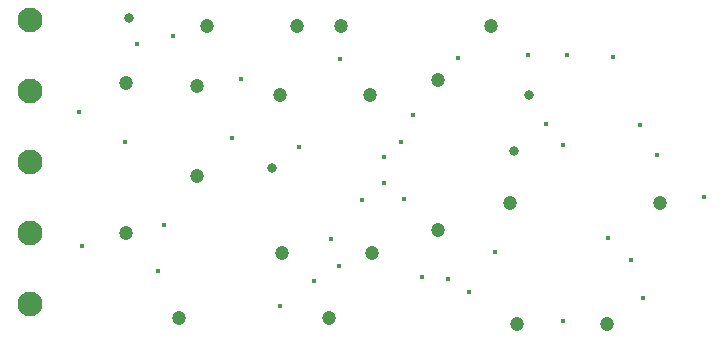
<source format=gbr>
%TF.GenerationSoftware,KiCad,Pcbnew,(6.0.1-0)*%
%TF.CreationDate,2022-08-29T12:54:17-04:00*%
%TF.ProjectId,Practice PCB,50726163-7469-4636-9520-5043422e6b69,rev?*%
%TF.SameCoordinates,Original*%
%TF.FileFunction,Plated,1,2,PTH,Drill*%
%TF.FilePolarity,Positive*%
%FSLAX46Y46*%
G04 Gerber Fmt 4.6, Leading zero omitted, Abs format (unit mm)*
G04 Created by KiCad (PCBNEW (6.0.1-0)) date 2022-08-29 12:54:17*
%MOMM*%
%LPD*%
G01*
G04 APERTURE LIST*
%TA.AperFunction,ViaDrill*%
%ADD10C,0.400000*%
%TD*%
%TA.AperFunction,ComponentDrill*%
%ADD11C,0.800000*%
%TD*%
%TA.AperFunction,ComponentDrill*%
%ADD12C,1.200000*%
%TD*%
%TA.AperFunction,ComponentDrill*%
%ADD13C,2.100000*%
%TD*%
G04 APERTURE END LIST*
D10*
X46200000Y-50900000D03*
X46400000Y-62200000D03*
X50100000Y-53400000D03*
X51100000Y-45100000D03*
X52900000Y-64300000D03*
X53400000Y-60400000D03*
X54100000Y-44400000D03*
X59100000Y-53100000D03*
X59900000Y-48100000D03*
X63200000Y-67300000D03*
X64800000Y-53824500D03*
X66100000Y-65200000D03*
X67500000Y-61600000D03*
X68200000Y-63900000D03*
X68300000Y-46400000D03*
X70100000Y-58300000D03*
X72000000Y-54700000D03*
X72000000Y-56900000D03*
X73400000Y-53400000D03*
X73700000Y-58200000D03*
X74500000Y-51100000D03*
X75200000Y-64800000D03*
X77400000Y-65000000D03*
X78300000Y-46300000D03*
X79200000Y-66100000D03*
X81400000Y-62700000D03*
X84200000Y-46000000D03*
X85700000Y-51900000D03*
X87200000Y-53700000D03*
X87200000Y-68600000D03*
X87500000Y-46000000D03*
X91000000Y-61500000D03*
X91400000Y-46200000D03*
X92900000Y-63400000D03*
X93700000Y-52000000D03*
X93900000Y-66600000D03*
X95100000Y-54500000D03*
X99100000Y-58100000D03*
D11*
%TO.C,J1*%
X50400000Y-42900000D03*
%TO.C,J5*%
X62500000Y-55600000D03*
%TO.C,J2*%
X83000000Y-54200000D03*
%TO.C,J4*%
X84300000Y-49400000D03*
D12*
%TO.C,R11*%
X50200000Y-48450000D03*
X50200000Y-61150000D03*
%TO.C,R8*%
X54650000Y-68300000D03*
%TO.C,R7*%
X56200000Y-48690000D03*
X56200000Y-56310000D03*
%TO.C,R1*%
X57000000Y-43600000D03*
%TO.C,R10*%
X63190000Y-49400000D03*
%TO.C,R13*%
X63400000Y-62800000D03*
%TO.C,R1*%
X64620000Y-43600000D03*
%TO.C,R8*%
X67350000Y-68300000D03*
%TO.C,R2*%
X68360000Y-43600000D03*
%TO.C,R10*%
X70810000Y-49400000D03*
%TO.C,R13*%
X71020000Y-62800000D03*
%TO.C,R5*%
X76600000Y-48150000D03*
X76600000Y-60850000D03*
%TO.C,R2*%
X81060000Y-43600000D03*
%TO.C,R14*%
X82650000Y-58600000D03*
%TO.C,R4*%
X83290000Y-68800000D03*
X90910000Y-68800000D03*
%TO.C,R14*%
X95350000Y-58600000D03*
D13*
%TO.C,J3*%
X42000000Y-43100000D03*
X42000000Y-49100000D03*
X42000000Y-55100000D03*
X42000000Y-61100000D03*
X42000000Y-67100000D03*
M02*

</source>
